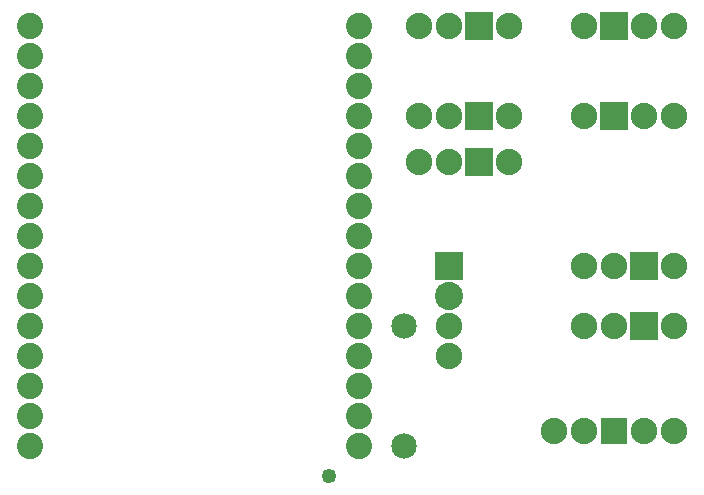
<source format=gts>
G04 MADE WITH FRITZING*
G04 WWW.FRITZING.ORG*
G04 DOUBLE SIDED*
G04 HOLES PLATED*
G04 CONTOUR ON CENTER OF CONTOUR VECTOR*
%ASAXBY*%
%FSLAX23Y23*%
%MOIN*%
%OFA0B0*%
%SFA1.0B1.0*%
%ADD10C,0.087740*%
%ADD11C,0.085000*%
%ADD12C,0.088000*%
%ADD13C,0.094141*%
%ADD14C,0.049370*%
%ADD15R,0.094375X0.094375*%
%ADD16R,0.093333X0.093333*%
%ADD17R,0.088000X0.088000*%
%LNMASK1*%
G90*
G70*
G54D10*
X1305Y1745D03*
X208Y1945D03*
X208Y1845D03*
X208Y1745D03*
X208Y1645D03*
X208Y1545D03*
X1305Y1845D03*
X1305Y1945D03*
X1305Y1645D03*
X208Y1445D03*
X208Y1345D03*
X208Y1246D03*
X208Y1146D03*
X208Y1046D03*
X208Y946D03*
X208Y846D03*
X208Y746D03*
X208Y647D03*
X208Y547D03*
X1305Y1246D03*
X1305Y1146D03*
X1305Y1046D03*
X1305Y946D03*
X1305Y846D03*
X1305Y746D03*
X1305Y647D03*
X1305Y547D03*
X1305Y1545D03*
X1305Y1445D03*
X1305Y1345D03*
G54D11*
X1455Y946D03*
X1455Y546D03*
G54D12*
X2055Y1647D03*
G54D13*
X2155Y1647D03*
G54D12*
X2255Y1647D03*
X2355Y1647D03*
X2055Y1947D03*
G54D13*
X2155Y1947D03*
G54D12*
X2255Y1947D03*
X2355Y1947D03*
X2355Y1147D03*
G54D13*
X2255Y1147D03*
G54D12*
X2155Y1147D03*
X2055Y1147D03*
X1805Y1646D03*
G54D13*
X1705Y1646D03*
G54D12*
X1605Y1646D03*
X1505Y1646D03*
X1806Y1494D03*
G54D13*
X1706Y1494D03*
G54D12*
X1606Y1494D03*
X1506Y1494D03*
X1805Y1946D03*
G54D13*
X1705Y1946D03*
G54D12*
X1605Y1946D03*
X1505Y1946D03*
X2355Y947D03*
G54D13*
X2255Y947D03*
G54D12*
X2155Y947D03*
X2055Y947D03*
X1605Y1146D03*
G54D13*
X1605Y1046D03*
G54D12*
X1605Y946D03*
X1605Y846D03*
X2355Y597D03*
X2255Y597D03*
X2155Y597D03*
X2055Y597D03*
X1955Y597D03*
G54D14*
X1205Y447D03*
G54D15*
X2155Y1647D03*
X2155Y1947D03*
X2254Y1146D03*
X1705Y1646D03*
X1706Y1494D03*
X1705Y1946D03*
X2254Y946D03*
G54D16*
X1605Y1146D03*
G54D17*
X2155Y597D03*
G04 End of Mask1*
M02*
</source>
